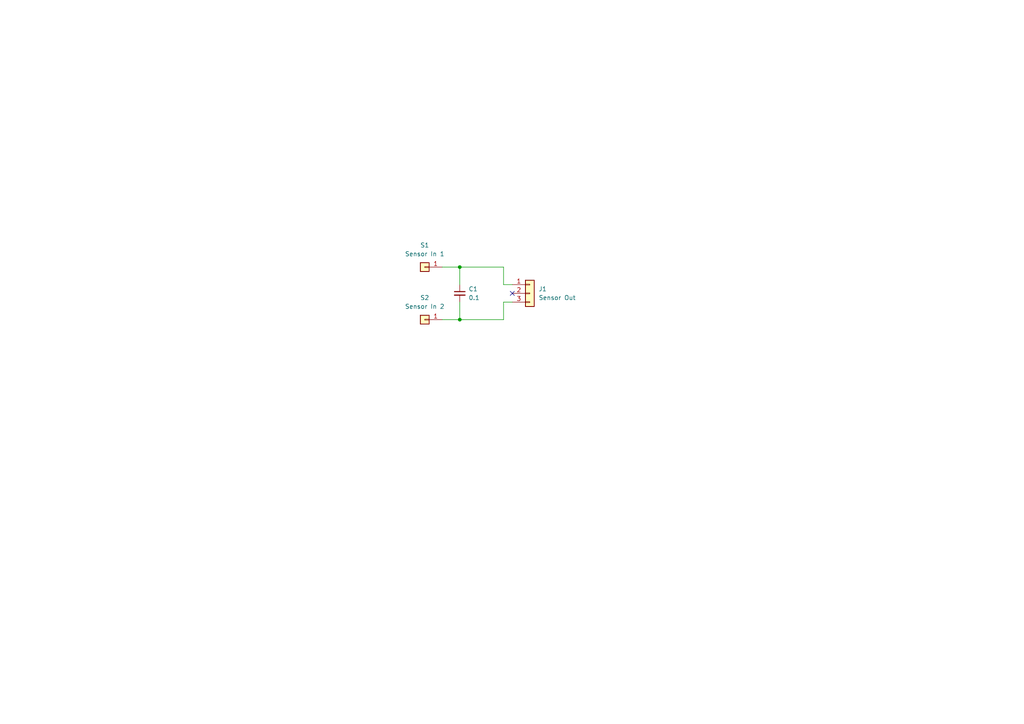
<source format=kicad_sch>
(kicad_sch (version 20211123) (generator eeschema)

  (uuid b950c1d3-dd8a-4803-80a1-463302c84ca1)

  (paper "A4")

  (lib_symbols
    (symbol "Connector_Generic:Conn_01x01" (pin_names (offset 1.016) hide) (in_bom yes) (on_board yes)
      (property "Reference" "J" (id 0) (at 0 2.54 0)
        (effects (font (size 1.27 1.27)))
      )
      (property "Value" "Conn_01x01" (id 1) (at 0 -2.54 0)
        (effects (font (size 1.27 1.27)))
      )
      (property "Footprint" "" (id 2) (at 0 0 0)
        (effects (font (size 1.27 1.27)) hide)
      )
      (property "Datasheet" "~" (id 3) (at 0 0 0)
        (effects (font (size 1.27 1.27)) hide)
      )
      (property "ki_keywords" "connector" (id 4) (at 0 0 0)
        (effects (font (size 1.27 1.27)) hide)
      )
      (property "ki_description" "Generic connector, single row, 01x01, script generated (kicad-library-utils/schlib/autogen/connector/)" (id 5) (at 0 0 0)
        (effects (font (size 1.27 1.27)) hide)
      )
      (property "ki_fp_filters" "Connector*:*_1x??_*" (id 6) (at 0 0 0)
        (effects (font (size 1.27 1.27)) hide)
      )
      (symbol "Conn_01x01_1_1"
        (rectangle (start -1.27 0.127) (end 0 -0.127)
          (stroke (width 0.1524) (type default) (color 0 0 0 0))
          (fill (type none))
        )
        (rectangle (start -1.27 1.27) (end 1.27 -1.27)
          (stroke (width 0.254) (type default) (color 0 0 0 0))
          (fill (type background))
        )
        (pin passive line (at -5.08 0 0) (length 3.81)
          (name "Pin_1" (effects (font (size 1.27 1.27))))
          (number "1" (effects (font (size 1.27 1.27))))
        )
      )
    )
    (symbol "Connector_Generic:Conn_01x03" (pin_names (offset 1.016) hide) (in_bom yes) (on_board yes)
      (property "Reference" "J" (id 0) (at 0 5.08 0)
        (effects (font (size 1.27 1.27)))
      )
      (property "Value" "Conn_01x03" (id 1) (at 0 -5.08 0)
        (effects (font (size 1.27 1.27)))
      )
      (property "Footprint" "" (id 2) (at 0 0 0)
        (effects (font (size 1.27 1.27)) hide)
      )
      (property "Datasheet" "~" (id 3) (at 0 0 0)
        (effects (font (size 1.27 1.27)) hide)
      )
      (property "ki_keywords" "connector" (id 4) (at 0 0 0)
        (effects (font (size 1.27 1.27)) hide)
      )
      (property "ki_description" "Generic connector, single row, 01x03, script generated (kicad-library-utils/schlib/autogen/connector/)" (id 5) (at 0 0 0)
        (effects (font (size 1.27 1.27)) hide)
      )
      (property "ki_fp_filters" "Connector*:*_1x??_*" (id 6) (at 0 0 0)
        (effects (font (size 1.27 1.27)) hide)
      )
      (symbol "Conn_01x03_1_1"
        (rectangle (start -1.27 -2.413) (end 0 -2.667)
          (stroke (width 0.1524) (type default) (color 0 0 0 0))
          (fill (type none))
        )
        (rectangle (start -1.27 0.127) (end 0 -0.127)
          (stroke (width 0.1524) (type default) (color 0 0 0 0))
          (fill (type none))
        )
        (rectangle (start -1.27 2.667) (end 0 2.413)
          (stroke (width 0.1524) (type default) (color 0 0 0 0))
          (fill (type none))
        )
        (rectangle (start -1.27 3.81) (end 1.27 -3.81)
          (stroke (width 0.254) (type default) (color 0 0 0 0))
          (fill (type background))
        )
        (pin passive line (at -5.08 2.54 0) (length 3.81)
          (name "Pin_1" (effects (font (size 1.27 1.27))))
          (number "1" (effects (font (size 1.27 1.27))))
        )
        (pin passive line (at -5.08 0 0) (length 3.81)
          (name "Pin_2" (effects (font (size 1.27 1.27))))
          (number "2" (effects (font (size 1.27 1.27))))
        )
        (pin passive line (at -5.08 -2.54 0) (length 3.81)
          (name "Pin_3" (effects (font (size 1.27 1.27))))
          (number "3" (effects (font (size 1.27 1.27))))
        )
      )
    )
    (symbol "Device:C_Small" (pin_numbers hide) (pin_names (offset 0.254) hide) (in_bom yes) (on_board yes)
      (property "Reference" "C" (id 0) (at 0.254 1.778 0)
        (effects (font (size 1.27 1.27)) (justify left))
      )
      (property "Value" "C_Small" (id 1) (at 0.254 -2.032 0)
        (effects (font (size 1.27 1.27)) (justify left))
      )
      (property "Footprint" "" (id 2) (at 0 0 0)
        (effects (font (size 1.27 1.27)) hide)
      )
      (property "Datasheet" "~" (id 3) (at 0 0 0)
        (effects (font (size 1.27 1.27)) hide)
      )
      (property "ki_keywords" "capacitor cap" (id 4) (at 0 0 0)
        (effects (font (size 1.27 1.27)) hide)
      )
      (property "ki_description" "Unpolarized capacitor, small symbol" (id 5) (at 0 0 0)
        (effects (font (size 1.27 1.27)) hide)
      )
      (property "ki_fp_filters" "C_*" (id 6) (at 0 0 0)
        (effects (font (size 1.27 1.27)) hide)
      )
      (symbol "C_Small_0_1"
        (polyline
          (pts
            (xy -1.524 -0.508)
            (xy 1.524 -0.508)
          )
          (stroke (width 0.3302) (type default) (color 0 0 0 0))
          (fill (type none))
        )
        (polyline
          (pts
            (xy -1.524 0.508)
            (xy 1.524 0.508)
          )
          (stroke (width 0.3048) (type default) (color 0 0 0 0))
          (fill (type none))
        )
      )
      (symbol "C_Small_1_1"
        (pin passive line (at 0 2.54 270) (length 2.032)
          (name "~" (effects (font (size 1.27 1.27))))
          (number "1" (effects (font (size 1.27 1.27))))
        )
        (pin passive line (at 0 -2.54 90) (length 2.032)
          (name "~" (effects (font (size 1.27 1.27))))
          (number "2" (effects (font (size 1.27 1.27))))
        )
      )
    )
  )

  (junction (at 133.35 92.71) (diameter 0) (color 0 0 0 0)
    (uuid 0632698f-7f37-43d3-bb92-5cb761b6bc3b)
  )
  (junction (at 133.35 77.47) (diameter 0) (color 0 0 0 0)
    (uuid aa16d532-0bea-461b-b0cb-497f95e9a2e1)
  )

  (no_connect (at 148.59 85.09) (uuid aa886e66-0f6f-4d96-9e9c-c3e3366985fa))

  (wire (pts (xy 146.05 82.55) (xy 148.59 82.55))
    (stroke (width 0) (type default) (color 0 0 0 0))
    (uuid 59da6fee-a56a-4496-b620-ebdbe38c27fa)
  )
  (wire (pts (xy 148.59 87.63) (xy 146.05 87.63))
    (stroke (width 0) (type default) (color 0 0 0 0))
    (uuid 631ca1bd-7ada-4527-8efc-ddb212146c33)
  )
  (wire (pts (xy 128.27 92.71) (xy 133.35 92.71))
    (stroke (width 0) (type default) (color 0 0 0 0))
    (uuid 819d77db-f1cc-47af-abe9-046d92559a7e)
  )
  (wire (pts (xy 133.35 87.63) (xy 133.35 92.71))
    (stroke (width 0) (type default) (color 0 0 0 0))
    (uuid 96e60384-dd96-4440-b266-563f62a60ed7)
  )
  (wire (pts (xy 133.35 77.47) (xy 133.35 82.55))
    (stroke (width 0) (type default) (color 0 0 0 0))
    (uuid a3650272-96a4-4613-a240-fb778841cd8a)
  )
  (wire (pts (xy 133.35 92.71) (xy 146.05 92.71))
    (stroke (width 0) (type default) (color 0 0 0 0))
    (uuid a4290c20-d46e-4d35-819f-61230acb8572)
  )
  (wire (pts (xy 146.05 87.63) (xy 146.05 92.71))
    (stroke (width 0) (type default) (color 0 0 0 0))
    (uuid bdb507bf-b5e2-47d1-8439-300e809745d0)
  )
  (wire (pts (xy 146.05 77.47) (xy 133.35 77.47))
    (stroke (width 0) (type default) (color 0 0 0 0))
    (uuid cc3ac505-628b-45c6-b175-44ef22cb2753)
  )
  (wire (pts (xy 128.27 77.47) (xy 133.35 77.47))
    (stroke (width 0) (type default) (color 0 0 0 0))
    (uuid cc722d4c-0ceb-426f-87c7-64fd60f39ce0)
  )
  (wire (pts (xy 146.05 77.47) (xy 146.05 82.55))
    (stroke (width 0) (type default) (color 0 0 0 0))
    (uuid fef24de4-3bb8-4003-87aa-cb9a0924d888)
  )

  (symbol (lib_id "Connector_Generic:Conn_01x01") (at 123.19 92.71 180) (unit 1)
    (in_bom yes) (on_board yes) (fields_autoplaced)
    (uuid 4d3241ce-ae3a-49a3-aa56-400b7f257d5a)
    (property "Reference" "S2" (id 0) (at 123.19 86.36 0))
    (property "Value" "Sensor In 2" (id 1) (at 123.19 88.9 0))
    (property "Footprint" "neptun_sw005:Sensor Point" (id 2) (at 123.19 92.71 0)
      (effects (font (size 1.27 1.27)) hide)
    )
    (property "Datasheet" "~" (id 3) (at 123.19 92.71 0)
      (effects (font (size 1.27 1.27)) hide)
    )
    (pin "1" (uuid f25c0917-b3f4-44b6-a359-62c13838e9e5))
  )

  (symbol (lib_id "Device:C_Small") (at 133.35 85.09 0) (unit 1)
    (in_bom yes) (on_board yes) (fields_autoplaced)
    (uuid 6308caea-4236-4e44-aaf8-e8c0a1d4bdf7)
    (property "Reference" "C1" (id 0) (at 135.89 83.8262 0)
      (effects (font (size 1.27 1.27)) (justify left))
    )
    (property "Value" "0.1" (id 1) (at 135.89 86.3662 0)
      (effects (font (size 1.27 1.27)) (justify left))
    )
    (property "Footprint" "Capacitor_SMD:C_0805_2012Metric" (id 2) (at 133.35 85.09 0)
      (effects (font (size 1.27 1.27)) hide)
    )
    (property "Datasheet" "~" (id 3) (at 133.35 85.09 0)
      (effects (font (size 1.27 1.27)) hide)
    )
    (pin "1" (uuid e4bc115c-d09e-4e22-a941-d19cc59b58d5))
    (pin "2" (uuid 17979e90-c85b-4fa4-8f17-fc623945f1af))
  )

  (symbol (lib_id "Connector_Generic:Conn_01x03") (at 153.67 85.09 0) (unit 1)
    (in_bom yes) (on_board yes) (fields_autoplaced)
    (uuid 73baaa71-603d-4f0e-91ef-cec1ff84ba81)
    (property "Reference" "J1" (id 0) (at 156.21 83.8199 0)
      (effects (font (size 1.27 1.27)) (justify left))
    )
    (property "Value" "Sensor Out" (id 1) (at 156.21 86.3599 0)
      (effects (font (size 1.27 1.27)) (justify left))
    )
    (property "Footprint" "Connector_PinHeader_2.54mm:PinHeader_1x03_P2.54mm_Vertical" (id 2) (at 153.67 85.09 0)
      (effects (font (size 1.27 1.27)) hide)
    )
    (property "Datasheet" "~" (id 3) (at 153.67 85.09 0)
      (effects (font (size 1.27 1.27)) hide)
    )
    (pin "1" (uuid 14147dbc-0ed8-4479-80ff-e2273fce1e72))
    (pin "2" (uuid e29e3609-088b-4ae2-86ec-74dcf79a8552))
    (pin "3" (uuid c2f9c5e7-7c66-46ac-8ce5-8c1f367fdc1e))
  )

  (symbol (lib_id "Connector_Generic:Conn_01x01") (at 123.19 77.47 180) (unit 1)
    (in_bom yes) (on_board yes) (fields_autoplaced)
    (uuid e6195ba9-5f9b-44bd-bc77-7fc48dbfe7dc)
    (property "Reference" "S1" (id 0) (at 123.19 71.12 0))
    (property "Value" "Sensor In 1" (id 1) (at 123.19 73.66 0))
    (property "Footprint" "neptun_sw005:Sensor Point" (id 2) (at 123.19 77.47 0)
      (effects (font (size 1.27 1.27)) hide)
    )
    (property "Datasheet" "~" (id 3) (at 123.19 77.47 0)
      (effects (font (size 1.27 1.27)) hide)
    )
    (pin "1" (uuid 2e7d8b97-f968-4029-b920-1e275b6c9721))
  )

  (sheet_instances
    (path "/" (page "1"))
  )

  (symbol_instances
    (path "/6308caea-4236-4e44-aaf8-e8c0a1d4bdf7"
      (reference "C1") (unit 1) (value "0.1") (footprint "Capacitor_SMD:C_0805_2012Metric")
    )
    (path "/73baaa71-603d-4f0e-91ef-cec1ff84ba81"
      (reference "J1") (unit 1) (value "Sensor Out") (footprint "Connector_PinHeader_2.54mm:PinHeader_1x03_P2.54mm_Vertical")
    )
    (path "/e6195ba9-5f9b-44bd-bc77-7fc48dbfe7dc"
      (reference "S1") (unit 1) (value "Sensor In 1") (footprint "neptun_sw005:Sensor Point")
    )
    (path "/4d3241ce-ae3a-49a3-aa56-400b7f257d5a"
      (reference "S2") (unit 1) (value "Sensor In 2") (footprint "neptun_sw005:Sensor Point")
    )
  )
)

</source>
